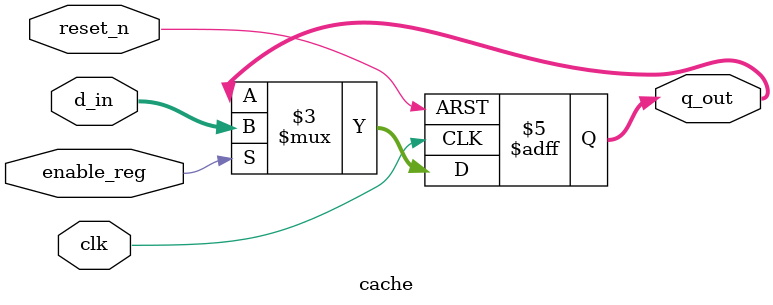
<source format=sv>
module cache (
   input  logic            clk         ,
   input  logic            reset_n     ,
   input  logic [1599:0]   d_in        ,
   input  logic            enable_reg  ,
   output logic [1599:0]   q_out
);

   always_ff @(posedge clk or negedge reset_n) begin 
      if (~reset_n)        q_out <= 0;
      else if (enable_reg) q_out <= d_in;
   end

endmodule 

</source>
